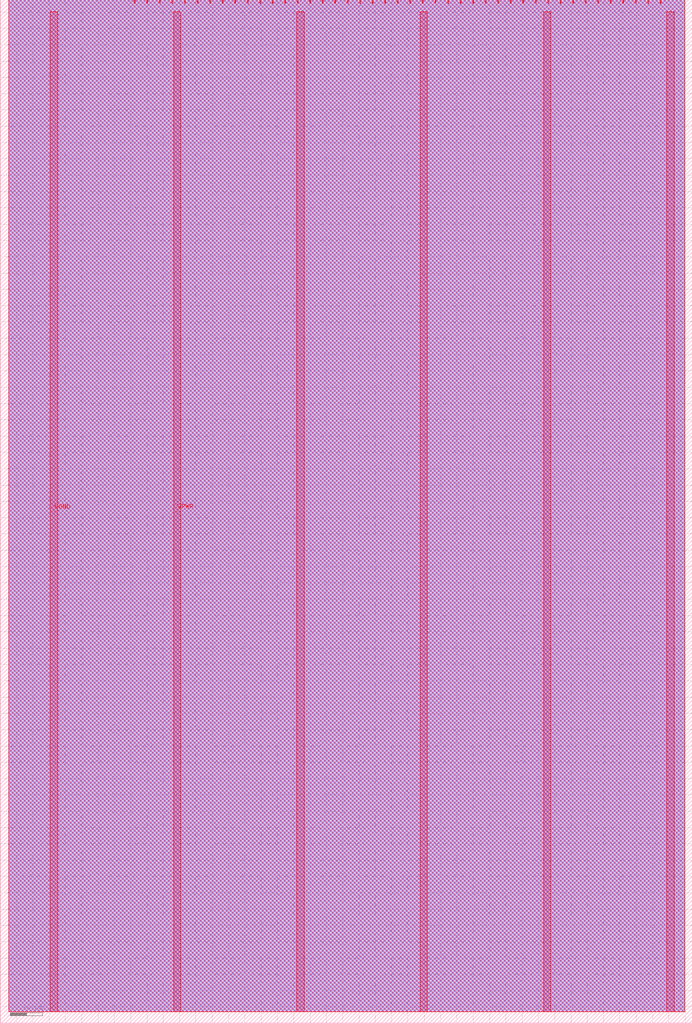
<source format=lef>
VERSION 5.8 ;
BUSBITCHARS "[]" ;
DIVIDERCHAR "/" ;
UNITS
    DATABASE MICRONS 1000 ;
END UNITS

VIA tt_um_brandonramos_VGA_Pong_with_NES_Controllers_via1_2_2200_440_1_5_410_410
  VIARULE via1Array ;
  CUTSIZE 0.19 0.19 ;
  LAYERS Metal1 Via1 Metal2 ;
  CUTSPACING 0.22 0.22 ;
  ENCLOSURE 0.01 0.125 0.05 0.005 ;
  ROWCOL 1 5 ;
END tt_um_brandonramos_VGA_Pong_with_NES_Controllers_via1_2_2200_440_1_5_410_410

VIA tt_um_brandonramos_VGA_Pong_with_NES_Controllers_via2_3_2200_440_1_5_410_410
  VIARULE via2Array ;
  CUTSIZE 0.19 0.19 ;
  LAYERS Metal2 Via2 Metal3 ;
  CUTSPACING 0.22 0.22 ;
  ENCLOSURE 0.05 0.005 0.005 0.05 ;
  ROWCOL 1 5 ;
END tt_um_brandonramos_VGA_Pong_with_NES_Controllers_via2_3_2200_440_1_5_410_410

VIA tt_um_brandonramos_VGA_Pong_with_NES_Controllers_via3_4_2200_440_1_5_410_410
  VIARULE via3Array ;
  CUTSIZE 0.19 0.19 ;
  LAYERS Metal3 Via3 Metal4 ;
  CUTSPACING 0.22 0.22 ;
  ENCLOSURE 0.005 0.05 0.05 0.005 ;
  ROWCOL 1 5 ;
END tt_um_brandonramos_VGA_Pong_with_NES_Controllers_via3_4_2200_440_1_5_410_410

VIA tt_um_brandonramos_VGA_Pong_with_NES_Controllers_via4_5_2200_440_1_5_410_410
  VIARULE via4Array ;
  CUTSIZE 0.19 0.19 ;
  LAYERS Metal4 Via4 Metal5 ;
  CUTSPACING 0.22 0.22 ;
  ENCLOSURE 0.05 0.005 0.185 0.05 ;
  ROWCOL 1 5 ;
END tt_um_brandonramos_VGA_Pong_with_NES_Controllers_via4_5_2200_440_1_5_410_410

MACRO tt_um_brandonramos_VGA_Pong_with_NES_Controllers
  FOREIGN tt_um_brandonramos_VGA_Pong_with_NES_Controllers 0 0 ;
  CLASS BLOCK ;
  SIZE 212.16 BY 313.74 ;
  PIN clk
    DIRECTION INPUT ;
    USE SIGNAL ;
    PORT
      LAYER Metal5 ;
        RECT  198.57 312.74 198.87 313.74 ;
    END
  END clk
  PIN ena
    DIRECTION INPUT ;
    USE SIGNAL ;
    PORT
      LAYER Metal5 ;
        RECT  202.41 312.74 202.71 313.74 ;
    END
  END ena
  PIN rst_n
    DIRECTION INPUT ;
    USE SIGNAL ;
    PORT
      LAYER Metal5 ;
        RECT  194.73 312.74 195.03 313.74 ;
    END
  END rst_n
  PIN ui_in[0]
    DIRECTION INPUT ;
    USE SIGNAL ;
    PORT
      LAYER Metal5 ;
        RECT  190.89 312.74 191.19 313.74 ;
    END
  END ui_in[0]
  PIN ui_in[1]
    DIRECTION INPUT ;
    USE SIGNAL ;
    PORT
      LAYER Metal5 ;
        RECT  187.05 312.74 187.35 313.74 ;
    END
  END ui_in[1]
  PIN ui_in[2]
    DIRECTION INPUT ;
    USE SIGNAL ;
    PORT
      LAYER Metal5 ;
        RECT  183.21 312.74 183.51 313.74 ;
    END
  END ui_in[2]
  PIN ui_in[3]
    DIRECTION INPUT ;
    USE SIGNAL ;
    PORT
      LAYER Metal5 ;
        RECT  179.37 312.74 179.67 313.74 ;
    END
  END ui_in[3]
  PIN ui_in[4]
    DIRECTION INPUT ;
    USE SIGNAL ;
    PORT
      LAYER Metal5 ;
        RECT  175.53 312.74 175.83 313.74 ;
    END
  END ui_in[4]
  PIN ui_in[5]
    DIRECTION INPUT ;
    USE SIGNAL ;
    PORT
      LAYER Metal5 ;
        RECT  171.69 312.74 171.99 313.74 ;
    END
  END ui_in[5]
  PIN ui_in[6]
    DIRECTION INPUT ;
    USE SIGNAL ;
    PORT
      LAYER Metal5 ;
        RECT  167.85 312.74 168.15 313.74 ;
    END
  END ui_in[6]
  PIN ui_in[7]
    DIRECTION INPUT ;
    USE SIGNAL ;
    PORT
      LAYER Metal5 ;
        RECT  164.01 312.74 164.31 313.74 ;
    END
  END ui_in[7]
  PIN uio_in[0]
    DIRECTION INPUT ;
    USE SIGNAL ;
    PORT
      LAYER Metal5 ;
        RECT  160.17 312.74 160.47 313.74 ;
    END
  END uio_in[0]
  PIN uio_in[1]
    DIRECTION INPUT ;
    USE SIGNAL ;
    PORT
      LAYER Metal5 ;
        RECT  156.33 312.74 156.63 313.74 ;
    END
  END uio_in[1]
  PIN uio_in[2]
    DIRECTION INPUT ;
    USE SIGNAL ;
    PORT
      LAYER Metal5 ;
        RECT  152.49 312.74 152.79 313.74 ;
    END
  END uio_in[2]
  PIN uio_in[3]
    DIRECTION INPUT ;
    USE SIGNAL ;
    PORT
      LAYER Metal5 ;
        RECT  148.65 312.74 148.95 313.74 ;
    END
  END uio_in[3]
  PIN uio_in[4]
    DIRECTION INPUT ;
    USE SIGNAL ;
    PORT
      LAYER Metal5 ;
        RECT  144.81 312.74 145.11 313.74 ;
    END
  END uio_in[4]
  PIN uio_in[5]
    DIRECTION INPUT ;
    USE SIGNAL ;
    PORT
      LAYER Metal5 ;
        RECT  140.97 312.74 141.27 313.74 ;
    END
  END uio_in[5]
  PIN uio_in[6]
    DIRECTION INPUT ;
    USE SIGNAL ;
    PORT
      LAYER Metal5 ;
        RECT  137.13 312.74 137.43 313.74 ;
    END
  END uio_in[6]
  PIN uio_in[7]
    DIRECTION INPUT ;
    USE SIGNAL ;
    PORT
      LAYER Metal5 ;
        RECT  133.29 312.74 133.59 313.74 ;
    END
  END uio_in[7]
  PIN uio_oe[0]
    DIRECTION OUTPUT ;
    USE SIGNAL ;
    PORT
      LAYER Metal5 ;
        RECT  68.01 312.74 68.31 313.74 ;
    END
  END uio_oe[0]
  PIN uio_oe[1]
    DIRECTION OUTPUT ;
    USE SIGNAL ;
    PORT
      LAYER Metal5 ;
        RECT  64.17 312.74 64.47 313.74 ;
    END
  END uio_oe[1]
  PIN uio_oe[2]
    DIRECTION OUTPUT ;
    USE SIGNAL ;
    PORT
      LAYER Metal5 ;
        RECT  60.33 312.74 60.63 313.74 ;
    END
  END uio_oe[2]
  PIN uio_oe[3]
    DIRECTION OUTPUT ;
    USE SIGNAL ;
    PORT
      LAYER Metal5 ;
        RECT  56.49 312.74 56.79 313.74 ;
    END
  END uio_oe[3]
  PIN uio_oe[4]
    DIRECTION OUTPUT ;
    USE SIGNAL ;
    PORT
      LAYER Metal5 ;
        RECT  52.65 312.74 52.95 313.74 ;
    END
  END uio_oe[4]
  PIN uio_oe[5]
    DIRECTION OUTPUT ;
    USE SIGNAL ;
    PORT
      LAYER Metal5 ;
        RECT  48.81 312.74 49.11 313.74 ;
    END
  END uio_oe[5]
  PIN uio_oe[6]
    DIRECTION OUTPUT ;
    USE SIGNAL ;
    PORT
      LAYER Metal5 ;
        RECT  44.97 312.74 45.27 313.74 ;
    END
  END uio_oe[6]
  PIN uio_oe[7]
    DIRECTION OUTPUT ;
    USE SIGNAL ;
    PORT
      LAYER Metal5 ;
        RECT  41.13 312.74 41.43 313.74 ;
    END
  END uio_oe[7]
  PIN uio_out[0]
    DIRECTION OUTPUT ;
    USE SIGNAL ;
    PORT
      LAYER Metal5 ;
        RECT  98.73 312.74 99.03 313.74 ;
    END
  END uio_out[0]
  PIN uio_out[1]
    DIRECTION OUTPUT ;
    USE SIGNAL ;
    PORT
      LAYER Metal5 ;
        RECT  94.89 312.74 95.19 313.74 ;
    END
  END uio_out[1]
  PIN uio_out[2]
    DIRECTION OUTPUT ;
    USE SIGNAL ;
    PORT
      LAYER Metal5 ;
        RECT  91.05 312.74 91.35 313.74 ;
    END
  END uio_out[2]
  PIN uio_out[3]
    DIRECTION OUTPUT ;
    USE SIGNAL ;
    PORT
      LAYER Metal5 ;
        RECT  87.21 312.74 87.51 313.74 ;
    END
  END uio_out[3]
  PIN uio_out[4]
    DIRECTION OUTPUT ;
    USE SIGNAL ;
    PORT
      LAYER Metal5 ;
        RECT  83.37 312.74 83.67 313.74 ;
    END
  END uio_out[4]
  PIN uio_out[5]
    DIRECTION OUTPUT ;
    USE SIGNAL ;
    PORT
      LAYER Metal5 ;
        RECT  79.53 312.74 79.83 313.74 ;
    END
  END uio_out[5]
  PIN uio_out[6]
    DIRECTION OUTPUT ;
    USE SIGNAL ;
    PORT
      LAYER Metal5 ;
        RECT  75.69 312.74 75.99 313.74 ;
    END
  END uio_out[6]
  PIN uio_out[7]
    DIRECTION OUTPUT ;
    USE SIGNAL ;
    PORT
      LAYER Metal5 ;
        RECT  71.85 312.74 72.15 313.74 ;
    END
  END uio_out[7]
  PIN uo_out[0]
    DIRECTION OUTPUT ;
    USE SIGNAL ;
    PORT
      LAYER Metal5 ;
        RECT  129.45 312.74 129.75 313.74 ;
    END
  END uo_out[0]
  PIN uo_out[1]
    DIRECTION OUTPUT ;
    USE SIGNAL ;
    PORT
      LAYER Metal5 ;
        RECT  125.61 312.74 125.91 313.74 ;
    END
  END uo_out[1]
  PIN uo_out[2]
    DIRECTION OUTPUT ;
    USE SIGNAL ;
    PORT
      LAYER Metal5 ;
        RECT  121.77 312.74 122.07 313.74 ;
    END
  END uo_out[2]
  PIN uo_out[3]
    DIRECTION OUTPUT ;
    USE SIGNAL ;
    PORT
      LAYER Metal5 ;
        RECT  117.93 312.74 118.23 313.74 ;
    END
  END uo_out[3]
  PIN uo_out[4]
    DIRECTION OUTPUT ;
    USE SIGNAL ;
    PORT
      LAYER Metal5 ;
        RECT  114.09 312.74 114.39 313.74 ;
    END
  END uo_out[4]
  PIN uo_out[5]
    DIRECTION OUTPUT ;
    USE SIGNAL ;
    PORT
      LAYER Metal5 ;
        RECT  110.25 312.74 110.55 313.74 ;
    END
  END uo_out[5]
  PIN uo_out[6]
    DIRECTION OUTPUT ;
    USE SIGNAL ;
    PORT
      LAYER Metal5 ;
        RECT  106.41 312.74 106.71 313.74 ;
    END
  END uo_out[6]
  PIN uo_out[7]
    DIRECTION OUTPUT ;
    USE SIGNAL ;
    PORT
      LAYER Metal5 ;
        RECT  102.57 312.74 102.87 313.74 ;
    END
  END uo_out[7]
  PIN VGND
    DIRECTION INOUT ;
    USE GROUND ;
    PORT
      LAYER Metal5 ;
        RECT  166.58 3.56 168.78 310.18 ;
        RECT  90.98 3.56 93.18 310.18 ;
        RECT  15.38 3.56 17.58 310.18 ;
    END
  END VGND
  PIN VPWR
    DIRECTION INOUT ;
    USE POWER ;
    PORT
      LAYER Metal5 ;
        RECT  204.38 3.56 206.58 310.18 ;
        RECT  128.78 3.56 130.98 310.18 ;
        RECT  53.18 3.56 55.38 310.18 ;
    END
  END VPWR
  OBS
    LAYER Metal1 ;
     RECT  2.605 3.56 209.905 313.74 ;
    LAYER Metal2 ;
     RECT  2.605 3.56 209.905 313.74 ;
    LAYER Metal3 ;
     RECT  2.605 3.56 209.905 313.74 ;
    LAYER Metal4 ;
     RECT  2.605 3.56 209.905 313.74 ;
    LAYER Metal5 ;
     RECT  2.605 3.56 209.905 313.74 ;
  END
END tt_um_brandonramos_VGA_Pong_with_NES_Controllers
END LIBRARY

</source>
